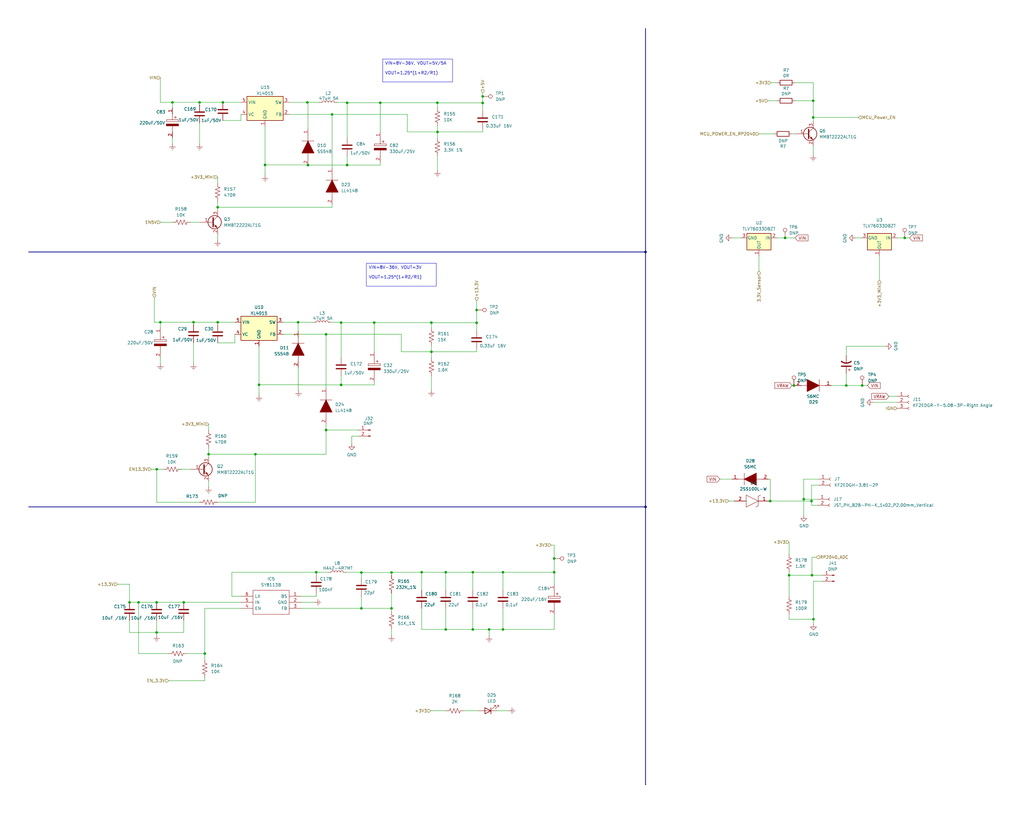
<source format=kicad_sch>
(kicad_sch (version 20230819) (generator eeschema)
  (paper "User" 431.8 342.9)
  (junction (at 77.47 254))
  (junction (at 87.9567 191.5238))
  (junction (at 381.4882 100.33))
  (junction (at 109.22 162.2591))
  (junction (at 66.04 266.7))
  (junction (at 81.6019 135.89))
  (junction (at 334.7742 162.56))
  (junction (at 133.35 241.3))
  (junction (at 66.04 254))
  (junction (at 200.9867 136.109))
  (junction (at 212.09 265.43))
  (junction (at 84.1419 43.18))
  (junction (at 160.3467 43.3232))
  (junction (at 181.9367 148.3438))
  (junction (at 129.5952 43.18))
  (junction (at 272.2111 106.2507))
  (junction (at 91.7921 135.89))
  (junction (at 342.9 49.53))
  (junction (at 137.4867 181.3307))
  (junction (at 342.3899 242.57))
  (junction (at 72.7125 43.18))
  (junction (at 184.4767 55.6338))
  (junction (at 212.09 241.3))
  (junction (at 332.74 242.57))
  (junction (at 342.9 42.4864))
  (junction (at 203.5267 40.6677))
  (junction (at 137.4867 140.97))
  (junction (at 338.9171 210.488))
  (junction (at 111.76 69.5491))
  (junction (at 107.7044 191.5238))
  (junction (at 165.1 241.4213))
  (junction (at 356.87 162.56))
  (junction (at 152.4 241.4213))
  (junction (at 342.2074 211.2877))
  (junction (at 129.8667 69.6038))
  (junction (at 324.7848 211.2877))
  (junction (at 206.248 265.43))
  (junction (at 177.8 241.3))
  (junction (at 200.9867 130.7165))
  (junction (at 233.68 241.3))
  (junction (at 343.0251 261.0961))
  (junction (at 143.8367 162.3138))
  (junction (at 187.96 265.43))
  (junction (at 66.0848 197.8738))
  (junction (at 91.7667 87.3838))
  (junction (at 152.4 256.54))
  (junction (at 146.3767 43.3232))
  (junction (at 140.0267 48.26))
  (junction (at 199.39 241.3))
  (junction (at 67.6367 135.89))
  (junction (at 54.61 254))
  (junction (at 363.5706 162.56))
  (junction (at 157.8067 136.0332))
  (junction (at 331.0527 100.33))
  (junction (at 181.8942 136.0332))
  (junction (at 143.8367 136.0332))
  (junction (at 93.98 43.18))
  (junction (at 86.36 275.59))
  (junction (at 58.42 254))
  (junction (at 272.2111 213.7291))
  (junction (at 125.6954 135.89))
  (junction (at 203.5267 43.399))
  (junction (at 165.1 256.54))
  (junction (at 187.96 241.3))
  (junction (at 146.3767 69.6038))
  (junction (at 184.4342 43.3232))
  (junction (at 233.68 235.5096))
  (junction (at 199.39 265.43))
  (wire (pts (xy 81.6019 135.89) (xy 91.7921 135.89)))
  (wire (pts (xy 86.36 275.59) (xy 86.36 278.13)))
  (wire (pts (xy 140.0267 87.3838) (xy 140.0267 86.1138)))
  (wire (pts (xy 91.7667 88.6167) (xy 91.7825 88.6167)))
  (wire (pts (xy 177.8 241.3) (xy 165.1 241.3)))
  (wire (pts (xy 129.8667 54.3638) (xy 129.8667 43.18)))
  (wire (pts (xy 181.61 299.72) (xy 187.96 299.72)))
  (wire (pts (xy 137.4867 178.8238) (xy 137.4867 181.3307)))
  (wire (pts (xy 97.79 251.46) (xy 97.79 241.3)))
  (wire (pts (xy 143.8367 158.5038) (xy 143.8367 162.3138)))
  (wire (pts (xy 335.28 34.8664) (xy 342.9 34.8664)))
  (wire (pts (xy 133.35 241.3) (xy 133.35 242.57)))
  (wire (pts (xy 58.42 254) (xy 66.04 254)))
  (wire (pts (xy 111.76 69.5491) (xy 111.76 73.1676)))
  (wire (pts (xy 169.2367 148.3438) (xy 181.9367 148.3438)))
  (wire (pts (xy 203.5267 40.6677) (xy 203.5267 43.399)))
  (wire (pts (xy 203.5267 43.399) (xy 203.5267 46.7438)))
  (wire (pts (xy 157.8067 162.3138) (xy 143.8367 162.3138)))
  (wire (pts (xy 165.1 241.3) (xy 165.1 241.4213)))
  (wire (pts (xy 81.6019 137.16) (xy 81.6067 137.16)))
  (wire (pts (xy 342.2074 211.2877) (xy 342.2074 213.028)))
  (wire (pts (xy 54.61 266.7) (xy 66.04 266.7)))
  (wire (pts (xy 308.61 100.33) (xy 312.42 100.33)))
  (wire (pts (xy 350.52 162.56) (xy 356.87 162.56)))
  (wire (pts (xy 80.3367 93.6967) (xy 80.3367 93.7338)))
  (wire (pts (xy 360.68 100.33) (xy 363.22 100.33)))
  (wire (pts (xy 109.22 162.2591) (xy 109.22 165.8776)))
  (wire (pts (xy 91.7667 101.3538) (xy 91.7667 98.7767)))
  (wire (pts (xy 334.7742 162.56) (xy 335.28 162.56)))
  (wire (pts (xy 342.3899 234.95) (xy 342.3899 242.57)))
  (wire (pts (xy 137.4867 181.3307) (xy 151.13 181.3307)))
  (wire (pts (xy 111.76 53.34) (xy 111.76 69.5491)))
  (wire (pts (xy 199.39 256.54) (xy 199.39 265.43)))
  (wire (pts (xy 199.39 265.43) (xy 206.248 265.43)))
  (wire (pts (xy 374.8444 167.1302) (xy 378.2432 167.1302)))
  (wire (pts (xy 342.9 34.8664) (xy 342.9 42.4864)))
  (wire (pts (xy 87.9542 191.5238) (xy 87.9542 192.835)))
  (wire (pts (xy 307.2583 211.252) (xy 307.2583 211.2877)))
  (wire (pts (xy 75.2542 197.915) (xy 75.2542 197.8738)))
  (wire (pts (xy 344.8175 213.028) (xy 342.2074 213.028)))
  (wire (pts (xy 195.58 299.72) (xy 201.93 299.72)))
  (wire (pts (xy 66.04 267.97) (xy 66.04 266.7)))
  (wire (pts (xy 143.51 136.0332) (xy 143.8367 136.0332)))
  (wire (pts (xy 143.8367 136.0332) (xy 157.8067 136.0332)))
  (wire (pts (xy 160.3467 55.6338) (xy 160.3467 43.3232)))
  (wire (pts (xy 91.7667 98.7767) (xy 91.7825 98.7767)))
  (wire (pts (xy 206.248 265.43) (xy 206.248 268.224)))
  (wire (pts (xy 84.1419 43.18) (xy 93.98 43.18)))
  (wire (pts (xy 199.39 241.3) (xy 187.96 241.3)))
  (wire (pts (xy 165.1 257.81) (xy 165.1 256.54)))
  (wire (pts (xy 233.68 259.08) (xy 233.68 265.43)))
  (wire (pts (xy 132.0501 135.89) (xy 132.0501 135.8854)))
  (wire (pts (xy 121.92 43.18) (xy 129.5952 43.18)))
  (bus (pts (xy 12.0996 213.7291) (xy 272.2111 213.7291)))
  (wire (pts (xy 87.9567 178.8238) (xy 87.9567 181.3638)))
  (wire (pts (xy 66.04 254) (xy 77.47 254)))
  (wire (pts (xy 157.8067 161.0438) (xy 157.8067 162.3138)))
  (wire (pts (xy 209.55 299.72) (xy 214.63 299.72)))
  (wire (pts (xy 67.6367 138.1838) (xy 67.6367 135.89)))
  (wire (pts (xy 87.9567 191.5238) (xy 107.7044 191.5238)))
  (wire (pts (xy 365.76 162.56) (xy 363.5706 162.56)))
  (wire (pts (xy 140.0267 48.26) (xy 140.0267 70.8738)))
  (wire (pts (xy 67.6367 135.89) (xy 81.6019 135.89)))
  (bus (pts (xy 12.0738 106.2507) (xy 272.2111 106.2507)))
  (wire (pts (xy 137.4867 181.3307) (xy 137.4867 191.5238)))
  (wire (pts (xy 54.61 261.62) (xy 54.61 266.7)))
  (wire (pts (xy 332.74 228.6) (xy 332.74 233.68)))
  (wire (pts (xy 91.7667 74.6838) (xy 91.7667 77.2238)))
  (wire (pts (xy 101.6 251.46) (xy 97.79 251.46)))
  (wire (pts (xy 109.22 146.05) (xy 109.22 162.2591)))
  (wire (pts (xy 101.6 256.54) (xy 86.36 256.54)))
  (wire (pts (xy 133.35 241.3) (xy 138.43 241.3)))
  (wire (pts (xy 67.6367 93.7338) (xy 72.7167 93.7338)))
  (wire (pts (xy 181.9367 148.3438) (xy 181.9367 150.8838)))
  (wire (pts (xy 137.4867 140.97) (xy 169.2367 140.97)))
  (wire (pts (xy 177.8 241.3) (xy 177.8 248.92)))
  (wire (pts (xy 187.96 241.3) (xy 177.8 241.3)))
  (wire (pts (xy 332.74 261.0961) (xy 343.0251 261.0961)))
  (wire (pts (xy 157.8067 148.3438) (xy 157.8067 136.0332)))
  (wire (pts (xy 323.85 42.4864) (xy 327.66 42.4864)))
  (wire (pts (xy 65.0967 125.4838) (xy 65.0967 135.89)))
  (wire (pts (xy 212.09 256.54) (xy 212.09 265.43)))
  (wire (pts (xy 86.36 287.02) (xy 86.36 285.75)))
  (wire (pts (xy 171.7767 55.6338) (xy 184.4767 55.6338)))
  (wire (pts (xy 212.09 241.3) (xy 212.09 248.92)))
  (wire (pts (xy 78.74 275.59) (xy 86.36 275.59)))
  (wire (pts (xy 165.1 250.19) (xy 165.1 256.54)))
  (wire (pts (xy 342.9 49.53) (xy 342.9 51.3764)))
  (wire (pts (xy 129.8667 69.5491) (xy 129.8667 69.6038)))
  (wire (pts (xy 146.05 43.3232) (xy 146.3767 43.3232)))
  (wire (pts (xy 67.6367 150.8838) (xy 67.6367 153.4238)))
  (wire (pts (xy 338.9171 202.0277) (xy 338.9171 210.488)))
  (wire (pts (xy 93.98 50.8) (xy 101.6 50.8)))
  (wire (pts (xy 148.336 183.896) (xy 148.336 187.198)))
  (wire (pts (xy 151.13 183.896) (xy 148.336 183.896)))
  (wire (pts (xy 184.4767 55.6338) (xy 184.4767 58.1738)))
  (wire (pts (xy 200.9867 136.109) (xy 200.9867 139.4538)))
  (wire (pts (xy 184.4342 43.3232) (xy 184.4767 43.3232)))
  (wire (pts (xy 87.9542 205.4938) (xy 87.9567 205.4938)))
  (wire (pts (xy 212.09 241.3) (xy 199.39 241.3)))
  (wire (pts (xy 72.7125 58.1395) (xy 72.7125 60.7138)))
  (wire (pts (xy 342.2074 204.5677) (xy 342.2074 211.2877)))
  (wire (pts (xy 335.28 100.33) (xy 331.0527 100.33)))
  (bus (pts (xy 272.2111 106.2507) (xy 272.2111 213.7291)))
  (wire (pts (xy 184.4767 53.0938) (xy 184.4767 55.6338)))
  (wire (pts (xy 81.6067 137.16) (xy 81.6067 136.9138)))
  (wire (pts (xy 181.9367 148.3438) (xy 200.9867 148.3438)))
  (wire (pts (xy 334.01 162.56) (xy 334.7742 162.56)))
  (wire (pts (xy 87.9567 188.9838) (xy 87.9567 191.5238)))
  (wire (pts (xy 146.3767 65.7938) (xy 146.3767 69.6038)))
  (wire (pts (xy 129.8667 43.18) (xy 129.5952 43.18)))
  (wire (pts (xy 63.8267 197.8738) (xy 66.0848 197.8738)))
  (wire (pts (xy 109.22 162.2591) (xy 127.3267 162.2591)))
  (wire (pts (xy 233.68 229.87) (xy 233.68 235.5096)))
  (wire (pts (xy 344.8175 210.488) (xy 338.9171 210.488)))
  (wire (pts (xy 146.3767 43.3232) (xy 160.3467 43.3232)))
  (wire (pts (xy 54.61 254) (xy 58.42 254)))
  (wire (pts (xy 324.7848 202.0372) (xy 324.7848 211.2877)))
  (wire (pts (xy 65.0967 135.89) (xy 67.6367 135.89)))
  (wire (pts (xy 343.0251 261.0961) (xy 343.0251 263.0985)))
  (wire (pts (xy 342.9 42.4864) (xy 335.28 42.4864)))
  (wire (pts (xy 338.9171 210.488) (xy 338.9171 217.3282)))
  (wire (pts (xy 101.6 50.8) (xy 101.6 48.26)))
  (wire (pts (xy 77.47 254) (xy 101.6 254)))
  (wire (pts (xy 181.9367 138.1838) (xy 181.9367 136.0332)))
  (wire (pts (xy 152.4 241.3) (xy 152.4 241.4213)))
  (wire (pts (xy 325.12 34.8664) (xy 327.66 34.8664)))
  (wire (pts (xy 49.53 246.38) (xy 54.61 246.38)))
  (wire (pts (xy 181.9367 145.8038) (xy 181.9367 148.3438)))
  (wire (pts (xy 111.76 69.5491) (xy 129.8667 69.5491)))
  (wire (pts (xy 160.3467 43.3232) (xy 184.4342 43.3232)))
  (wire (pts (xy 125.73 154.94) (xy 125.73 164.7013)))
  (wire (pts (xy 233.68 246.38) (xy 233.68 241.3)))
  (wire (pts (xy 199.39 241.3) (xy 199.39 248.92)))
  (wire (pts (xy 200.9867 126.7538) (xy 200.9867 130.7165)))
  (wire (pts (xy 200.9867 136.109) (xy 181.8942 136.109)))
  (wire (pts (xy 84.1419 44.45) (xy 84.1419 43.18)))
  (bus (pts (xy 272.2111 213.7291) (xy 272.2111 330.8199)))
  (wire (pts (xy 374.8444 167.1555) (xy 374.8444 167.1302)))
  (wire (pts (xy 233.68 235.5096) (xy 233.68 241.3)))
  (wire (pts (xy 66.04 261.62) (xy 66.04 266.7)))
  (wire (pts (xy 233.68 241.3) (xy 212.09 241.3)))
  (wire (pts (xy 184.4767 55.6338) (xy 203.5267 55.6338)))
  (wire (pts (xy 119.38 140.97) (xy 137.4867 140.97)))
  (wire (pts (xy 203.5267 55.6338) (xy 203.5267 54.3638)))
  (wire (pts (xy 187.96 241.3) (xy 187.96 248.92)))
  (wire (pts (xy 107.7044 211.7633) (xy 107.7044 191.5238)))
  (wire (pts (xy 332.74 242.57) (xy 332.74 251.46)))
  (wire (pts (xy 127.3267 162.3138) (xy 143.8367 162.3138)))
  (wire (pts (xy 91.7667 87.3838) (xy 140.0267 87.3838)))
  (wire (pts (xy 84.1625 93.6967) (xy 80.3367 93.6967)))
  (wire (pts (xy 320.04 114.3) (xy 320.04 107.95)))
  (wire (pts (xy 307.2583 211.2877) (xy 309.5448 211.2877)))
  (wire (pts (xy 346.71 242.57) (xy 342.3899 242.57)))
  (wire (pts (xy 152.4 251.46) (xy 152.4 256.54)))
  (wire (pts (xy 75.2542 197.8738) (xy 76.5267 197.8738)))
  (wire (pts (xy 84.1467 44.45) (xy 84.1467 44.2038)))
  (wire (pts (xy 91.7921 144.6065) (xy 99.06 144.6065)))
  (wire (pts (xy 86.36 256.54) (xy 86.36 275.59)))
  (wire (pts (xy 370.84 118.11) (xy 370.84 107.95)))
  (wire (pts (xy 160.3467 68.3338) (xy 160.3467 69.6038)))
  (wire (pts (xy 67.6367 32.7738) (xy 67.6367 43.18)))
  (wire (pts (xy 125.6954 135.89) (xy 132.0501 135.89)))
  (wire (pts (xy 81.6067 144.5338) (xy 81.6067 153.4238)))
  (wire (pts (xy 91.7921 135.89) (xy 99.06 135.89)))
  (wire (pts (xy 151.13 181.3307) (xy 151.13 181.356)))
  (wire (pts (xy 184.4342 43.399) (xy 184.4342 43.3232)))
  (wire (pts (xy 346.71 245.11) (xy 343.0251 245.11)))
  (wire (pts (xy 345.1775 202.0277) (xy 338.9171 202.0277)))
  (wire (pts (xy 146.05 43.1754) (xy 146.05 43.3232)))
  (wire (pts (xy 66.0848 197.8738) (xy 68.9067 197.8738)))
  (wire (pts (xy 87.9542 202.995) (xy 87.9542 205.4938)))
  (wire (pts (xy 233.68 265.43) (xy 212.09 265.43)))
  (wire (pts (xy 71.12 287.02) (xy 86.36 287.02)))
  (wire (pts (xy 125.6954 139.7) (xy 125.73 139.7)))
  (wire (pts (xy 165.1 256.54) (xy 152.4 256.54)))
  (wire (pts (xy 160.3467 69.6038) (xy 146.3767 69.6038)))
  (wire (pts (xy 91.7921 135.89) (xy 91.7921 136.9865)))
  (wire (pts (xy 308.7739 202.0277) (xy 303.5765 202.0277)))
  (wire (pts (xy 109.2247 165.8776) (xy 109.2247 166.707)))
  (wire (pts (xy 187.96 265.43) (xy 199.39 265.43)))
  (wire (pts (xy 72.7125 45.4395) (xy 72.7125 43.18)))
  (wire (pts (xy 143.51 135.8854) (xy 139.6701 135.8854)))
  (wire (pts (xy 133.35 250.19) (xy 133.35 251.46)))
  (wire (pts (xy 343.0251 245.11) (xy 343.0251 261.0961)))
  (wire (pts (xy 66.0848 211.7633) (xy 66.0848 197.8738)))
  (wire (pts (xy 342.2074 204.5677) (xy 345.1775 204.5677)))
  (wire (pts (xy 332.74 259.08) (xy 332.74 261.0961)))
  (wire (pts (xy 203.5267 39.1238) (xy 203.5267 40.6677)))
  (wire (pts (xy 66.04 266.7) (xy 77.47 266.7)))
  (wire (pts (xy 87.9542 191.5238) (xy 87.9567 191.5238)))
  (wire (pts (xy 181.8942 136.109) (xy 181.8942 136.0332)))
  (wire (pts (xy 58.42 275.59) (xy 58.42 254)))
  (wire (pts (xy 129.5952 43.18) (xy 129.5952 43.1754)))
  (wire (pts (xy 54.61 246.38) (xy 54.61 254)))
  (wire (pts (xy 232.41 229.87) (xy 233.68 229.87)))
  (wire (pts (xy 165.1 242.57) (xy 165.1 241.4213)))
  (wire (pts (xy 125.73 164.7013) (xy 125.8771 164.7013)))
  (wire (pts (xy 146.05 43.1754) (xy 142.2101 43.1754)))
  (wire (pts (xy 84.1515 211.7633) (xy 66.0848 211.7633)))
  (wire (pts (xy 140.0267 48.26) (xy 171.7767 48.26)))
  (bus (pts (xy 272.2111 330.8199) (xy 272.3431 330.8199)))
  (wire (pts (xy 121.92 48.26) (xy 140.0267 48.26)))
  (wire (pts (xy 332.74 241.3) (xy 332.74 242.57)))
  (wire (pts (xy 165.1 241.4213) (xy 152.4 241.4213)))
  (wire (pts (xy 334.01 56.4564) (xy 335.28 56.4564)))
  (wire (pts (xy 383.54 100.33) (xy 381.4882 100.33)))
  (wire (pts (xy 184.4767 45.4738) (xy 184.4767 43.3232)))
  (wire (pts (xy 111.7647 73.1676) (xy 111.7647 73.997)))
  (wire (pts (xy 152.4 256.54) (xy 127 256.54)))
  (wire (pts (xy 129.5952 43.1754) (xy 134.5901 43.1754)))
  (wire (pts (xy 157.8067 136.0332) (xy 181.8942 136.0332)))
  (wire (pts (xy 356.87 146.05) (xy 356.87 149.86)))
  (wire (pts (xy 77.47 261.62) (xy 77.47 266.7)))
  (wire (pts (xy 137.4867 140.97) (xy 137.4867 163.5838)))
  (wire (pts (xy 206.248 265.43) (xy 212.09 265.43)))
  (wire (pts (xy 72.7125 60.7138) (xy 72.7167 60.7138)))
  (wire (pts (xy 308.7739 202.0372) (xy 308.7739 202.0277)))
  (wire (pts (xy 72.7125 43.18) (xy 84.1419 43.18)))
  (wire (pts (xy 177.8 256.54) (xy 177.8 265.43)))
  (wire (pts (xy 143.8367 136.0332) (xy 143.8367 150.8838)))
  (wire (pts (xy 200.9867 148.3438) (xy 200.9867 147.0738)))
  (wire (pts (xy 368.128 169.6702) (xy 378.2432 169.6702)))
  (wire (pts (xy 344.17 234.95) (xy 342.3899 234.95)))
  (wire (pts (xy 99.06 144.6065) (xy 99.06 140.97)))
  (wire (pts (xy 146.3767 43.3232) (xy 146.3767 58.1738)))
  (wire (pts (xy 342.3899 242.57) (xy 332.74 242.57)))
  (wire (pts (xy 177.8 265.43) (xy 187.96 265.43)))
  (wire (pts (xy 129.8667 69.6038) (xy 146.3767 69.6038)))
  (wire (pts (xy 127.3267 162.2591) (xy 127.3267 162.3138)))
  (wire (pts (xy 381.4882 100.33) (xy 378.46 100.33)))
  (wire (pts (xy 109.22 165.8776) (xy 109.2247 165.8776)))
  (wire (pts (xy 331.0527 100.33) (xy 327.66 100.33)))
  (wire (pts (xy 184.4767 65.7938) (xy 184.4767 71.8898)))
  (wire (pts (xy 84.1419 44.45) (xy 84.1467 44.45)))
  (wire (pts (xy 67.6367 43.18) (xy 72.7125 43.18)))
  (wire (pts (xy 342.9 49.53) (xy 361.95 49.53)))
  (wire (pts (xy 320.04 56.4564) (xy 326.39 56.4564)))
  (wire (pts (xy 187.96 256.54) (xy 187.96 265.43)))
  (wire (pts (xy 71.12 275.59) (xy 58.42 275.59)))
  (wire (pts (xy 91.7667 87.3838) (xy 91.7667 88.6167)))
  (wire (pts (xy 200.9867 130.7165) (xy 200.9867 136.109)))
  (wire (pts (xy 169.2367 140.97) (xy 169.2367 148.3438)))
  (wire (pts (xy 203.5267 43.399) (xy 184.4342 43.399)))
  (wire (pts (xy 75.2542 197.915) (xy 80.3342 197.915)))
  (wire (pts (xy 91.7667 84.8438) (xy 91.7667 87.3838)))
  (wire (pts (xy 181.9367 158.5038) (xy 181.9367 164.5998)))
  (wire (pts (xy 81.6019 137.16) (xy 81.6019 135.89)))
  (wire (pts (xy 324.7848 211.2877) (xy 342.2074 211.2877)))
  (wire (pts (xy 342.9 42.4864) (xy 342.9 49.53)))
  (wire (pts (xy 171.7767 48.26) (xy 171.7767 55.6338)))
  (wire (pts (xy 133.35 251.46) (xy 127 251.46)))
  (wire (pts (xy 342.9 61.5364) (xy 342.9 65.3464)))
  (wire (pts (xy 146.05 241.3) (xy 152.4 241.3)))
  (wire (pts (xy 84.1467 51.8238) (xy 84.1467 60.7138)))
  (wire (pts (xy 356.87 162.56) (xy 363.5706 162.56)))
  (wire (pts (xy 107.7044 191.5238) (xy 137.4867 191.5238)))
  (wire (pts (xy 373.38 146.05) (xy 356.87 146.05)))
  (wire (pts (xy 165.1 265.43) (xy 165.1 267.97)))
  (wire (pts (xy 119.38 135.89) (xy 125.6954 135.89)))
  (wire (pts (xy 127 254) (xy 132.8116 254)))
  (wire (pts (xy 356.87 157.48) (xy 356.87 162.56)))
  (wire (pts (xy 181.8942 136.0332) (xy 181.9367 136.0332)))
  (wire (pts (xy 143.51 135.8854) (xy 143.51 136.0332)))
  (wire (pts (xy 93.98 43.18) (xy 101.6 43.18)))
  (wire (pts (xy 324.0139 202.0372) (xy 324.7848 202.0372)))
  (bus (pts (xy 272.2111 12.0238) (xy 272.2111 106.2507)))
  (wire (pts (xy 152.4 241.4213) (xy 152.4 243.84)))
  (wire (pts (xy 111.76 73.1676) (xy 111.7647 73.1676)))
  (wire (pts (xy 97.79 241.3) (xy 133.35 241.3)))
  (wire (pts (xy 91.7715 211.7633) (xy 107.7044 211.7633)))
  (wire (pts (xy 125.6954 135.89) (xy 125.6954 139.7)))
  (text_box "VIN=8V-36V, VOUT=3V\n\nVOUT=1.25*(1+R2/R1)" (at 154.5047 111.0058 0) (size 29.464 9.652) (effects (font (size 1.27 1.27)) (justify left top)))
  (text_box "VIN=8V-36V, VOUT=5V/5A\n\nVOUT=1.25*(1+R2/R1)" (at 161.3627 24.8998 0) (size 29.464 9.652) (effects (font (size 1.27 1.27)) (justify left top)))
  (global_label "VIN" (shape input) (at 335.28 100.33 0) (property "Intersheetrefs" "${INTERSHEET_REFS}" (effects hide)))
  (global_label "VRAW" (shape input) (at 374.8444 167.1555 180) (property "Intersheetrefs" "${INTERSHEET_REFS}" (effects hide)))
  (global_label "VIN" (shape input) (at 303.5765 202.0277 180) (property "Intersheetrefs" "${INTERSHEET_REFS}" (effects hide)))
  (global_label "VRAW" (shape input) (at 334.01 162.56 180) (property "Intersheetrefs" "${INTERSHEET_REFS}" (effects hide)))
  (global_label "VIN" (shape input) (at 365.76 162.56 0) (property "Intersheetrefs" "${INTERSHEET_REFS}" (effects hide)))
  (global_label "VIN" (shape input) (at 383.54 100.33 0) (property "Intersheetrefs" "${INTERSHEET_REFS}" (effects hide)))
  (hierarchical_label "EN5V" (shape input) (at 67.6367 93.7338 180))
  (hierarchical_label "+3V3" (shape input) (at 325.12 34.8664 180))
  (hierarchical_label "RP2040_ADC" (shape input) (at 344.17 234.95 0))
  (hierarchical_label "+13.3V" (shape input) (at 49.53 246.38 180))
  (hierarchical_label "+5V" (shape input) (at 203.5267 39.1238 90))
  (hierarchical_label "+3V3_Mini" (shape input) (at 370.84 118.11 270))
  (hierarchical_label "VIN" (shape input) (at 65.0967 125.4838 90))
  (hierarchical_label "EN_3.3V" (shape input) (at 71.12 287.02 180))
  (hierarchical_label "EN13.3V" (shape input) (at 63.8267 197.8738 180))
  (hierarchical_label "MCU_Power_EN" (shape input) (at 361.95 49.53 0))
  (hierarchical_label "+3V3_Mini" (shape input) (at 91.7667 74.6838 180))
  (hierarchical_label "+3V3_Mini" (shape input) (at 87.9567 178.8238 180))
  (hierarchical_label "+3V3" (shape input) (at 332.74 228.6 180))
  (hierarchical_label "+13.3V" (shape input) (at 200.9867 126.7538 90))
  (hierarchical_label "VIN" (shape input) (at 67.6367 32.7738 180))
  (hierarchical_label "+3V3" (shape input) (at 181.61 299.72 180))
  (hierarchical_label "+3V3" (shape input) (at 232.41 229.87 180))
  (hierarchical_label "+5V" (shape input) (at 323.85 42.4864 180))
  (hierarchical_label "+13.3V" (shape input) (at 307.2583 211.252 180))
  (hierarchical_label "3.3V_Sensor" (shape input) (at 320.04 114.3 270))
  (hierarchical_label "IGN" (shape input) (at 378.2432 172.2102 180))
  (hierarchical_label "MCU_POWER_EN_RP2040" (shape input) (at 320.04 56.4564 180))
  (symbol (lib_id "Device:R_US") (at 181.9367 154.6938 0) (unit 1)
    (property "Reference" "R162" (at 184.4767 153.4237 0) (effects (justify left)))
    (property "Value" "1.6K" (at 184.4767 155.9637 0) (effects (justify left)))
    (property "Footprint" "Resistor_SMD:R_0603_1608Metric" (effects hide))
    (property "Description" "Resistor, US symbol" (effects hide))
  )
  (symbol (lib_id "power:GND") (at 308.61 100.33 270) (unit 1)
    (property "Reference" "#PWR0125" (effects hide))
    (property "Value" "GND" (at 304.2158 100.457 0))
  )
  (symbol (lib_id "Device:L") (at 135.8601 135.8854 90) (unit 1)
    (property "Reference" "L3" (at 135.8601 132.0754 90))
    (property "Value" "47uH 5A" (at 136.0742 134.1794 90))
    (property "Footprint" "CYA1050-47UH:L_Bourns_SRR1208_12.7x12.7mm" (effects hide))
  )
  (symbol (lib_id "SS54B:SS54B") (at 129.8667 54.3638 270) (unit 1)
    (property "Reference" "D10" (at 133.6767 61.3488 90) (effects (justify left)))
    (property "Value" "SS54B" (at 133.6767 63.8888 90) (effects (justify left)))
    (property "Datasheet" "https://datasheet.datasheetarchive.com/originals/distributors/Datasheets-3/DSA-43270.pdf" (effects hide))
    (property "Description" "HY Electronic Corp SS54B, SMT Rectifier Schottky Diode, 40V 5A, 2-Pin SMB" (effects hide))
    (property "Height" "2.44" (effects hide))
    (property "Manufacturer_Name" "HY Electronic" (effects hide))
    (property "Manufacturer_Part_Number" "SS54B" (effects hide))
  )
  (symbol (lib_id "Device:R_US") (at 181.9367 141.9938 0) (unit 1)
    (property "Reference" "R161" (at 184.4767 140.7237 0) (effects (justify left)))
    (property "Value" "15K" (at 184.4767 143.2637 0) (effects (justify left)))
    (property "Footprint" "Resistor_SMD:R_0603_1608Metric" (effects hide))
    (property "Description" "Resistor, US symbol" (effects hide))
  )
  (symbol (lib_id "Device:R_US") (at 72.7167 197.8738 90) (unit 1)
    (property "Reference" "R159" (at 72.4627 192.2858 90))
    (property "Value" "10K" (at 72.4627 194.8258 90))
    (property "Footprint" "Resistor_SMD:R_0603_1608Metric" (effects hide))
    (property "Description" "Resistor, US symbol" (effects hide))
  )
  (symbol (lib_id "Connector:TestPoint") (at 331.0527 100.33 0) (unit 1)
    (property "Reference" "TP6" (at 332.74 95.7579 0) (effects (justify left)))
    (property "Value" "DNP" (at 332.74 98.2979 0) (effects (justify left)))
    (property "Footprint" "Connector_Pin:Pin_D1.0mm_L10.0mm" (effects hide))
    (property "Description" "test point" (effects hide))
  )
  (symbol (lib_id "Device:C") (at 187.96 252.73 180) (unit 1)
    (property "Reference" "C181" (at 189.484 250.444 0) (effects (justify right)))
    (property "Value" "22uF" (at 188.976 255.016 0) (effects (justify right)))
    (property "Footprint" "Capacitor_SMD:C_0603_1608Metric" (effects hide))
  )
  (symbol (lib_id "power:GND") (at 360.68 100.33 270) (unit 1)
    (property "Reference" "#PWR0124" (effects hide))
    (property "Value" "GND" (at 356.2858 100.457 0))
  )
  (symbol (lib_id "power:GND") (at 343.0251 263.0985 0) (unit 1)
    (property "Reference" "#PWR0237" (effects hide))
    (property "Value" "GND" (at 343.1521 267.4927 0))
  )
  (symbol (lib_id "Device:C") (at 177.8 252.73 180) (unit 1)
    (property "Reference" "C180" (at 179.324 250.444 0) (effects (justify right)))
    (property "Value" "22uF" (at 178.816 255.016 0) (effects (justify right)))
    (property "Footprint" "Capacitor_SMD:C_0603_1608Metric" (effects hide))
  )
  (symbol (lib_id "Device:R_US") (at 191.77 299.72 90) (unit 1)
    (property "Reference" "R168" (at 191.77 293.37 90))
    (property "Value" "2K" (at 191.77 295.91 90))
    (property "Footprint" "Resistor_SMD:R_0603_1608Metric" (effects hide))
    (property "Description" "Resistor, US symbol" (effects hide))
  )
  (symbol (lib_id "Device:C") (at 152.4 247.65 180) (unit 1)
    (property "Reference" "C179" (at 153.924 245.364 0) (effects (justify right)))
    (property "Value" "22pF" (at 153.416 249.936 0) (effects (justify right)))
    (property "Footprint" "Capacitor_SMD:C_0603_1608Metric" (effects hide))
  )
  (symbol (lib_id "Device:C") (at 133.35 246.38 180) (unit 1)
    (property "Reference" "C178" (at 134.874 244.094 0) (effects (justify right)))
    (property "Value" "100nF" (at 134.366 248.666 0) (effects (justify right)))
    (property "Footprint" "Capacitor_SMD:C_0603_1608Metric" (effects hide))
  )
  (symbol (lib_id "Device:C") (at 54.61 257.81 180) (unit 1)
    (property "Reference" "C175" (at 48.006 255.778 0) (effects (justify right)))
    (property "Value" "10uF /16V" (at 42.926 260.604 0) (effects (justify right)))
    (property "Footprint" "Capacitor_SMD:C_0603_1608Metric" (effects hide))
  )
  (symbol (lib_id "power:Earth") (at 87.9567 205.4938 0) (unit 1)
    (property "Reference" "#PWR0193" (effects hide))
    (property "Value" "Earth" (effects hide))
    (property "Description" "Power symbol creates a global label with name \"Earth\"" (effects hide))
  )
  (symbol (lib_name "GND_1") (lib_id "power:GND") (at 148.336 187.198 0) (unit 1)
    (property "Reference" "#PWR0163" (effects hide))
    (property "Value" "GND" (at 148.336 191.77 0))
    (property "Description" "Power symbol creates a global label with name \"GND\" , ground" (effects hide))
  )
  (symbol (lib_id "Device:R") (at 331.47 42.4864 270) (unit 1)
    (property "Reference" "R?" (at 331.47 37.2286 90))
    (property "Value" "DNP" (at 331.47 39.54 90))
    (property "Footprint" "Resistor_SMD:R_0603_1608Metric" (effects hide))
    (instances (project "RP2040_minimal" (path "" (reference "R?") (unit 1)) (path "" (reference "R176") (unit 1))) (project "RP2040" (path "" (reference "R50") (unit 1))))
  )
  (symbol (lib_id "power:Earth") (at 81.6067 153.4238 0) (unit 1)
    (property "Reference" "#PWR0192" (effects hide))
    (property "Value" "Earth" (effects hide))
    (property "Description" "Power symbol creates a global label with name \"Earth\"" (effects hide))
  )
  (symbol (lib_id "Device:L") (at 142.24 241.3 90) (unit 1)
    (property "Reference" "L8" (at 142.24 237.49 90))
    (property "Value" "HA42-4R7MT" (at 142.4541 239.594 90))
    (property "Footprint" "Pro V3:Inductor_0402_4.7uH" (effects hide))
  )
  (symbol (lib_id "power:GND") (at 368.128 169.6702 270) (unit 1)
    (property "Reference" "#PWR0207" (effects hide))
    (property "Value" "GND" (at 363.7338 169.7972 0))
  )
  (symbol (lib_id "UWT1E331MNL1GS:UWT1E331MNL1GS") (at 160.3467 55.6338 270) (unit 1)
    (property "Reference" "C82" (at 164.1567 61.3488 90) (effects (justify left)))
    (property "Value" "330uF/25V" (at 164.1567 63.8888 90) (effects (justify left)))
    (property "Footprint" "Capacitor_SMD:C_Elec_8x10.2" (effects hide))
    (property "Datasheet" "https://datasheet.lcsc.com/lcsc/2211031700_KNSCHA-RVT330UF25V167RV0055_C5246574.pdf" (effects hide))
    (property "Description" "Nichicon Aluminium Electrolytic Capacitor 330uF 25V dc 8mm WT Series, Surface Mount Electrolytic, +/-20% 8 (Dia.) x 10mm" (effects hide))
    (property "Height" "10.5" (effects hide))
    (property "Manufacturer_Name" "Nichicon" (effects hide))
    (property "Manufacturer_Part_Number" "RVT330UF25V167RV0055 " (effects hide))
  )
  (symbol (lib_id "Device:R_US") (at 76.5267 93.7338 90) (unit 1)
    (property "Reference" "R158" (at 76.2727 88.1458 90))
    (property "Value" "10K" (at 76.2727 90.6858 90))
    (property "Footprint" "Resistor_SMD:R_0603_1608Metric" (effects hide))
    (property "Description" "Resistor, US symbol" (effects hide))
  )
  (symbol (lib_name "LM1117-3.3_1") (lib_id "Regulator_Linear:LM1117-3.3") (at 370.84 100.33 0) (unit 1)
    (property "Reference" "U3" (at 370.84 92.71 0))
    (property "Value" "TLV76033DBZT" (at 370.84 95.25 0))
    (property "Footprint" "Package_TO_SOT_SMD:SOT-23" (effects hide))
    (property "Datasheet" "http://www.ti.com/lit/ds/symlink/lm1117.pdf" (effects hide))
  )
  (symbol (lib_id "SS54B:SS54B") (at 350.52 162.56 180) (unit 1)
    (property "Reference" "D29" (at 343.048 169.5369 0))
    (property "Value" "S6MC" (at 342.8376 167.1526 0))
    (property "Footprint" "Diode_SMD:S6MC" (effects hide))
    (property "Datasheet" "https://www.lcsc.com/product-detail/Diodes-General-Purpose_Shandong-Jingdao-Microelectronics-S6MC_C382843.html" (effects hide))
    (property "Manufacturer_Part_Number" "SS54B" (effects hide))
    (property "Mouser Part Number" "S6MC" (effects hide))
  )
  (symbol (lib_id "Device:R_US") (at 91.7667 81.0338 0) (unit 1)
    (property "Reference" "R157" (at 94.3067 79.7637 0) (effects (justify left)))
    (property "Value" "470R" (at 94.3067 82.3037 0) (effects (justify left)))
    (property "Footprint" "Resistor_SMD:R_0603_1608Metric" (effects hide))
    (property "Description" "Resistor, US symbol" (effects hide))
  )
  (symbol (lib_id "Device:R") (at 331.47 34.8664 270) (unit 1)
    (property "Reference" "R?" (at 331.47 29.6086 90))
    (property "Value" "0R" (at 331.47 31.92 90))
    (property "Footprint" "Resistor_SMD:R_0603_1608Metric" (effects hide))
    (instances (project "RP2040_minimal" (path "" (reference "R?") (unit 1)) (path "" (reference "R175") (unit 1))) (project "RP2040" (path "" (reference "R50") (unit 1))))
  )
  (symbol (lib_id "Connector:Conn_01x02_Pin") (at 156.21 181.356 0) (mirror y) (unit 1)
    (property "Reference" "J32" (at 155.575 176.53 0))
    (property "Value" "DNP " (at 155.702 178.562 0))
    (property "Footprint" "Connector_PinHeader_2.54mm:PinHeader_1x02_P2.54mm_Vertical" (effects hide))
    (property "Description" "Generic connector, single row, 01x02, script generated" (effects hide))
  )
  (symbol (lib_id "Device:C") (at 81.6067 140.7238 180) (unit 1)
    (property "Reference" "C29" (at 75.0027 138.6918 0) (effects (justify right)))
    (property "Value" "1uF/50V" (at 72.7167 143.2638 0) (effects (justify right)))
    (property "Footprint" "Capacitor_SMD:C_0603_1608Metric" (effects hide))
  )
  (symbol (lib_id "power:Earth") (at 72.7167 60.7138 0) (unit 1)
    (property "Reference" "#PWR0143" (effects hide))
    (property "Value" "Earth" (effects hide))
    (property "Description" "Power symbol creates a global label with name \"Earth\"" (effects hide))
  )
  (symbol (lib_id "UWT1H221MNL1GS:UWT1H221MNL1GS") (at 233.68 246.38 270) (unit 1)
    (property "Reference" "C184" (at 226.822 248.158 90) (effects (justify left)))
    (property "Value" "220uF/16V" (at 219.71 252.73 90) (effects (justify left)))
    (property "Footprint" "Capacitor_SMD:CP_Elec_6.3x7.7" (effects hide))
    (property "Datasheet" "https://datasheet.lcsc.com/lcsc/2108241130_KNSCHA-RVT220UF16V67RV0015_C2887273.pdf" (effects hide))
    (property "Description" "Capacitor lytic SMD WT Series 50V 220uF" (effects hide))
    (property "Height" "7.7" (effects hide))
    (property "Manufacturer_Part_Number" "RVT220UF16V67RV0015" (effects hide))
  )
  (symbol (lib_id "power:Earth") (at 109.2247 166.707 0) (mirror y) (unit 1)
    (property "Reference" "#PWR0162" (effects hide))
    (property "Value" "Earth" (effects hide))
    (property "Description" "Power symbol creates a global label with name \"Earth\"" (effects hide))
    (instances (project "RP2040_minimal" (path "" (reference "#PWR0162") (unit 1)) (path "" (reference "#PWR0194") (unit 1))))
  )
  (symbol (lib_id "Connector:TestPoint") (at 363.5706 162.56 0) (unit 1)
    (property "Reference" "TP4" (at 365.9034 157.9879 0) (effects (justify left)))
    (property "Value" "DNP" (at 365.9034 160.5279 0) (effects (justify left)))
    (property "Footprint" "Connector_Pin:Pin_D1.0mm_L10.0mm" (effects hide))
    (property "Description" "test point" (effects hide))
  )
  (symbol (lib_id "Device:R_US") (at 86.36 281.94 0) (unit 1)
    (property "Reference" "R164" (at 88.9 280.6699 0) (effects (justify left)))
    (property "Value" "10K" (at 88.9 283.2099 0) (effects (justify left)))
    (property "Footprint" "Resistor_SMD:R_0603_1608Metric" (effects hide))
    (property "Description" "Resistor, US symbol" (effects hide))
  )
  (symbol (lib_id "SS54B:SS54B") (at 140.0267 70.8738 270) (unit 1)
    (property "Reference" "D23" (at 143.8367 77.8588 90) (effects (justify left)))
    (property "Value" "LL4148" (at 143.8367 80.3988 90) (effects (justify left)))
    (property "Footprint" "Pro V3:LL4148" (effects hide))
    (property "Datasheet" "https://www.onsemi.com/pdf/datasheet/ll4148-d.pdf" (effects hide))
  )
  (symbol (lib_id "Device:R_US") (at 74.93 275.59 90) (unit 1)
    (property "Reference" "R163" (at 75.184 272.288 90))
    (property "Value" "DNP" (at 74.93 278.892 90))
    (property "Footprint" "Resistor_SMD:R_0603_1608Metric" (effects hide))
    (property "Description" "Resistor, US symbol" (effects hide))
  )
  (symbol (lib_id "Device:C") (at 200.9867 143.2638 180) (unit 1)
    (property "Reference" "C174" (at 204.7967 141.9937 0) (effects (justify right)))
    (property "Value" "0.33uF 16V" (at 202.2567 145.8038 0) (effects (justify right)))
    (property "Footprint" "Capacitor_SMD:C_0603_1608Metric" (effects hide))
  )
  (symbol (lib_id "power:Earth") (at 125.8771 164.7013 0) (mirror y) (unit 1)
    (property "Reference" "#PWR0162" (effects hide))
    (property "Value" "Earth" (effects hide))
    (property "Description" "Power symbol creates a global label with name \"Earth\"" (effects hide))
    (instances (project "RP2040_minimal" (path "" (reference "#PWR0162") (unit 1)) (path "" (reference "#PWR0227") (unit 1))))
  )
  (symbol (lib_id "Connector:TestPoint") (at 200.9867 130.7165 270) (unit 1)
    (property "Reference" "TP2" (at 206.4241 129.4464 90) (effects (justify left)))
    (property "Value" "DNP" (at 206.4241 131.9864 90) (effects (justify left)))
    (property "Footprint" "Connector_Pin:Pin_D1.0mm_L10.0mm" (effects hide))
    (property "Description" "test point" (effects hide))
  )
  (symbol (lib_id "power:Earth") (at 111.7647 73.997 0) (unit 1)
    (property "Reference" "#PWR0162" (effects hide))
    (property "Value" "Earth" (effects hide))
    (property "Description" "Power symbol creates a global label with name \"Earth\"" (effects hide))
    (instances (project "RP2040_minimal" (path "" (reference "#PWR0162") (unit 1)) (path "" (reference "#PWR040") (unit 1))))
  )
  (symbol (lib_id "UWT1H221MNL1GS:UWT1H221MNL1GS") (at 72.7125 45.4395 270) (unit 1)
    (property "Reference" "C83" (at 65.8545 47.2175 90) (effects (justify left)))
    (property "Value" "220uF/50V" (at 58.7425 51.7895 90) (effects (justify left)))
    (property "Footprint" "Capacitor_SMD:C_Elec_10x10.2" (effects hide))
    (property "Datasheet" "https://datasheet.lcsc.com/lcsc/2108241130_KNSCHA-RVT220UF50V67RV0021_C2887271.pdf" (effects hide))
    (property "Description" " 220uF 50V 230mA@120Hz ±20% SMD,D10xL10.2mm Aluminum Electrolytic Capacitors - SMD ROHS" (effects hide))
    (property "Height" "10.5" (effects hide))
    (property "Manufacturer_Part_Number" "RVT220UF50V67RV0021" (effects hide))
  )
  (symbol (lib_id "Device:C") (at 91.7921 140.7965 180) (unit 1)
    (property "Reference" "C30" (at 86.1787 138.6918 0) (effects (justify right)))
    (property "Value" "1uF/50V" (at 82.6227 143.5178 0) (effects (justify right)))
    (property "Footprint" "Capacitor_SMD:C_0603_1608Metric" (effects hide))
  )
  (symbol (lib_id "Connector:Conn_01x03_Socket") (at 383.3232 169.6702 0) (unit 1)
    (property "Reference" "J11" (at 384.81 168.4001 0) (effects (justify left)))
    (property "Value" "KF2EDGR-Y-5.08-3P-Right Angle" (at 384.81 170.9401 0) (effects (justify left)))
    (property "Footprint" "KF2EDGH:KF2EDGR-Y-5.08-3P-Right Angle" (effects hide))
    (property "Description" "Generic connector, single row, 01x03, script generated" (effects hide))
  )
  (symbol (lib_id "SS54B:SS54B") (at 137.4867 163.5838 270) (unit 1)
    (property "Reference" "D24" (at 141.2967 170.5688 90) (effects (justify left)))
    (property "Value" "LL4148" (at 141.2967 173.1088 90) (effects (justify left)))
    (property "Footprint" "Pro V3:LL4148" (effects hide))
    (property "Datasheet" "https://www.onsemi.com/pdf/datasheet/ll4148-d.pdf" (effects hide))
  )
  (symbol (lib_id "power:Earth") (at 206.248 268.224 0) (unit 1)
    (property "Reference" "#PWR0200" (effects hide))
    (property "Value" "Earth" (effects hide))
    (property "Description" "Power symbol creates a global label with name \"Earth\"" (effects hide))
  )
  (symbol (lib_id "Device:R") (at 330.2 56.4564 90) (unit 1)
    (property "Reference" "R?" (at 330.2 61.7142 90))
    (property "Value" "DNP" (at 330.2 59.4028 90))
    (property "Footprint" "Resistor_SMD:R_0603_1608Metric" (effects hide))
    (instances (project "RP2040_minimal" (path "" (reference "R?") (unit 1)) (path "" (reference "R174") (unit 1))) (project "RP2040" (path "" (reference "R50") (unit 1))))
  )
  (symbol (lib_id "Device:L") (at 138.4001 43.1754 90) (unit 1)
    (property "Reference" "L2" (at 138.4001 39.3654 90))
    (property "Value" "47uH 5A" (at 138.6142 41.4694 90))
    (property "Footprint" "CYA1050-47UH:L_Bourns_SRR1208_12.7x12.7mm" (effects hide))
  )
  (symbol (lib_name "SY8113B_1") (lib_id "SY8113B:SY8113B") (at 127 251.46 0) (mirror y) (unit 1)
    (property "Reference" "IC5" (at 114.3 244.094 0))
    (property "Value" "SY8113B" (at 114.3 246.634 0))
    (property "Datasheet" "https://www.olimex.com/Products/Breadboarding/BB-PWR-8113/resources/SY8113.pdf" (effects hide))
    (property "Description" "High Efficiency, 500kHz, 3A, 16V Input Synchronous Step Down Regulator" (effects hide))
    (property "Height" "1" (effects hide))
    (property "Manufacturer_Name" "Silergy" (effects hide))
    (property "Manufacturer_Part_Number" "SY8113B" (effects hide))
  )
  (symbol (lib_id "Device:C") (at 146.3767 61.9838 180) (unit 1)
    (property "Reference" "C84" (at 150.1867 60.7137 0) (effects (justify right)))
    (property "Value" "1uF/50V" (at 147.6467 64.5238 0) (effects (justify right)))
    (property "Footprint" "Capacitor_SMD:C_0603_1608Metric" (effects hide))
  )
  (symbol (lib_id "power:GND") (at 338.9171 217.3282 0) (unit 1)
    (property "Reference" "#PWR071" (effects hide))
    (property "Value" "GND" (at 339.0441 221.7224 0))
  )
  (symbol (lib_id "power:Earth") (at 67.6367 153.4238 0) (unit 1)
    (property "Reference" "#PWR06" (effects hide))
    (property "Value" "Earth" (effects hide))
    (property "Description" "Power symbol creates a global label with name \"Earth\"" (effects hide))
  )
  (symbol (lib_id "Device:C") (at 212.09 252.73 180) (unit 1)
    (property "Reference" "C183" (at 213.614 250.444 0) (effects (justify right)))
    (property "Value" "0.1uF" (at 213.106 255.016 0) (effects (justify right)))
    (property "Footprint" "Capacitor_SMD:C_0603_1608Metric" (effects hide))
  )
  (symbol (lib_id "Connector:Conn_01x02_Socket") (at 349.8975 210.488 0) (unit 1)
    (property "Reference" "J17" (at 351.43 210.4879 0) (effects (justify left)))
    (property "Value" "JST_PH_B2B-PH-K_1x02_P2.00mm_Vertical" (at 351.43 213.0279 0) (effects (justify left)))
    (property "Footprint" "Connector_JST:JST_PH_B2B-PH-K_1x02_P2.00mm_Vertical" (effects hide))
    (property "Description" "Generic connector, single row, 01x02, script generated" (effects hide))
  )
  (symbol (lib_id "Device:C") (at 143.8367 154.6938 180) (unit 1)
    (property "Reference" "C172" (at 147.6467 153.4237 0) (effects (justify right)))
    (property "Value" "1uF/50V" (at 145.1067 157.2338 0) (effects (justify right)))
    (property "Footprint" "Capacitor_SMD:C_0603_1608Metric" (effects hide))
  )
  (symbol (lib_id "power:Earth") (at 91.7667 101.3538 0) (unit 1)
    (property "Reference" "#PWR0148" (effects hide))
    (property "Value" "Earth" (effects hide))
    (property "Description" "Power symbol creates a global label with name \"Earth\"" (effects hide))
  )
  (symbol (lib_id "UWT1H221MNL1GS:UWT1H221MNL1GS") (at 67.6367 138.1838 270) (unit 1)
    (property "Reference" "C28" (at 60.7787 139.9618 90) (effects (justify left)))
    (property "Value" "220uF/50V" (at 53.6667 144.5338 90) (effects (justify left)))
    (property "Footprint" "Capacitor_SMD:C_Elec_10x10.2" (effects hide))
    (property "Datasheet" "https://datasheet.lcsc.com/lcsc/2108241130_KNSCHA-RVT220UF50V67RV0021_C2887271.pdf" (effects hide))
    (property "Description" " 220uF 50V 230mA@120Hz ±20% SMD,D10xL10.2mm Aluminum Electrolytic Capacitors - SMD ROHS" (effects hide))
    (property "Height" "10.5" (effects hide))
    (property "Manufacturer_Part_Number" "RVT220UF50V67RV0021" (effects hide))
  )
  (symbol (lib_id "Device:R_US") (at 87.9567 185.1738 0) (unit 1)
    (property "Reference" "R160" (at 90.4967 183.9037 0) (effects (justify left)))
    (property "Value" "470R" (at 90.4967 186.4437 0) (effects (justify left)))
    (property "Footprint" "Resistor_SMD:R_0603_1608Metric" (effects hide))
    (property "Description" "Resistor, US symbol" (effects hide))
  )
  (symbol (lib_id "Connector:TestPoint") (at 203.5267 40.6677 270) (unit 1)
    (property "Reference" "TP1" (at 208.9641 39.3976 90) (effects (justify left)))
    (property "Value" "DNP" (at 208.9641 41.9376 90) (effects (justify left)))
    (property "Footprint" "Connector_Pin:Pin_D1.0mm_L10.0mm" (effects hide))
    (property "Description" "test point" (effects hide))
  )
  (symbol (lib_id "Device:R_US") (at 332.74 255.27 0) (unit 1)
    (property "Reference" "R179" (at 335.28 253.9999 0) (effects (justify left)))
    (property "Value" "100R" (at 335.28 256.5399 0) (effects (justify left)))
    (property "Footprint" "Resistor_SMD:R_0603_1608Metric" (effects hide))
    (property "Description" "Resistor, US symbol" (effects hide))
  )
  (symbol (lib_id "Device:R_US") (at 184.4767 61.9838 0) (unit 1)
    (property "Reference" "R156" (at 187.0167 60.7137 0) (effects (justify left)))
    (property "Value" "3.3K 1%" (at 187.0167 63.2537 0) (effects (justify left)))
    (property "Footprint" "Resistor_SMD:R_0603_1608Metric" (effects hide))
    (property "Description" "Resistor, US symbol" (effects hide))
  )
  (symbol (lib_id "Device:R_US") (at 87.9615 211.7633 90) (unit 1)
    (property "Reference" "R173" (at 81.026 209.296 90))
    (property "Value" "DNP" (at 93.98 209.042 90))
    (property "Footprint" "Resistor_SMD:R_0603_1608Metric" (effects hide))
    (property "Description" "Resistor, US symbol" (effects hide))
  )
  (symbol (lib_id "Device:C") (at 84.1467 48.0138 180) (unit 1)
    (property "Reference" "C169" (at 77.5427 45.9818 0) (effects (justify right)))
    (property "Value" "1uF/50V" (at 75.2567 50.5538 0) (effects (justify right)))
    (property "Footprint" "Capacitor_SMD:C_0603_1608Metric" (effects hide))
  )
  (symbol (lib_id "Connector:TestPoint") (at 334.7742 162.56 0) (unit 1)
    (property "Reference" "TP5" (at 336.319 157.9879 0) (effects (justify left)))
    (property "Value" "DNP" (at 336.319 160.5279 0) (effects (justify left)))
    (property "Footprint" "Connector_Pin:Pin_D1.0mm_L10.0mm" (effects hide))
    (property "Description" "test point" (effects hide))
  )
  (symbol (lib_id "Device:R_US") (at 184.4767 49.2838 0) (unit 1)
    (property "Reference" "R155" (at 187.0167 48.0137 0) (effects (justify left)))
    (property "Value" "10K" (at 187.0167 50.5537 0) (effects (justify left)))
    (property "Footprint" "Resistor_SMD:R_0603_1608Metric" (effects hide))
    (property "Description" "Resistor, US symbol" (effects hide))
  )
  (symbol (lib_id "Device:C") (at 203.5267 50.5538 180) (unit 1)
    (property "Reference" "C171" (at 207.3367 49.2837 0) (effects (justify right)))
    (property "Value" "0.33uF 16V" (at 204.7967 53.0938 0) (effects (justify right)))
    (property "Footprint" "Capacitor_SMD:C_0603_1608Metric" (effects hide))
  )
  (symbol (lib_id "Regulator_Switching:XL4015") (at 111.76 45.72 0) (unit 1)
    (property "Reference" "U15" (at 111.76 36.83 0))
    (property "Value" "XL4015" (at 111.76 39.37 0))
    (property "Footprint" "Package_TO_SOT_SMD:TO-263-5_TabPin3" (effects hide))
    (property "Datasheet" "http://www.xlsemi.net/datasheet/XL4015%20datasheet-English.pdf" (effects hide))
  )
  (symbol (lib_id "power:Earth") (at 184.4767 71.8898 0) (unit 1)
    (property "Reference" "#PWR0147" (effects hide))
    (property "Value" "Earth" (effects hide))
    (property "Description" "Power symbol creates a global label with name \"Earth\"" (effects hide))
  )
  (symbol (lib_id "UWT1E331MNL1GS:UWT1E331MNL1GS") (at 157.8067 148.3438 270) (unit 1)
    (property "Reference" "C32" (at 161.6167 154.0588 90) (effects (justify left)))
    (property "Value" "330uF/25V" (at 161.6167 156.5988 90) (effects (justify left)))
    (property "Footprint" "Capacitor_SMD:C_Elec_8x10.2" (effects hide))
    (property "Datasheet" "https://datasheet.lcsc.com/lcsc/2211031700_KNSCHA-RVT330UF25V167RV0055_C5246574.pdf" (effects hide))
    (property "Description" "Nichicon Aluminium Electrolytic Capacitor 330uF 25V dc 8mm WT Series, Surface Mount Electrolytic, +/-20% 8 (Dia.) x 10mm" (effects hide))
    (property "Height" "10.5" (effects hide))
    (property "Manufacturer_Name" "Nichicon" (effects hide))
    (property "Manufacturer_Part_Number" "RVT330UF25V167RV0055 " (effects hide))
  )
  (symbol (lib_id "Device:R_US") (at 332.74 237.49 0) (unit 1)
    (property "Reference" "R178" (at 335.28 236.2199 0) (effects (justify left)))
    (property "Value" "1.5K" (at 335.28 238.7599 0) (effects (justify left)))
    (property "Footprint" "Resistor_SMD:R_0603_1608Metric" (effects hide))
    (property "Description" "Resistor, US symbol" (effects hide))
  )
  (symbol (lib_id "Transistor_BJT:2N3055") (at 85.4142 197.915 0) (unit 1)
    (property "Reference" "Q2" (at 91.44 196.6449 0) (effects (justify left)))
    (property "Value" "MMBT2222ALT1G" (at 91.44 199.1849 0) (effects (justify left)))
    (property "Footprint" "Pro V3:MMBT2222ALT1G" (effects hide))
    (property "Datasheet" "https://datasheet.lcsc.com/lcsc/2304140030_onsemi-MMBT2222ALT1G_C82460.pdf" (effects hide))
    (property "Description" "40V 225mW 100@150mA,10V 600mA NPN SOT-23(TO-236) Bipolar Transistors - BJT ROHS" (effects hide))
  )
  (symbol (lib_id "Transistor_BJT:2N3055") (at 89.2425 93.6967 0) (unit 1)
    (property "Reference" "Q3" (at 94.3225 92.4266 0) (effects (justify left)))
    (property "Value" "MMBT2222ALT1G" (at 94.3225 94.9666 0) (effects (justify left)))
    (property "Footprint" "Pro V3:MMBT2222ALT1G" (effects hide))
    (property "Datasheet" "https://datasheet.lcsc.com/lcsc/2304140030_onsemi-MMBT2222ALT1G_C82460.pdf" (effects hide))
    (property "Description" "40V 225mW 100@150mA,10V 600mA NPN SOT-23(TO-236) Bipolar Transistors - BJT ROHS" (effects hide))
  )
  (symbol (lib_id "SS54B:SS54B") (at 308.7739 202.0372 0) (unit 1)
    (property "Reference" "D28" (at 316.3939 194.3141 0))
    (property "Value" "S6MC" (at 316.3939 196.8541 0))
    (property "Footprint" "Diode_SMD:S6MC" (effects hide))
    (property "Datasheet" "https://www.lcsc.com/product-detail/Diodes-General-Purpose_Shandong-Jingdao-Microelectronics-S6MC_C382843.html" (effects hide))
    (property "Manufacturer_Part_Number" "SS54B" (effects hide))
    (property "Mouser Part Number" "S6MC" (effects hide))
  )
  (symbol (lib_id "Device:C") (at 66.04 257.81 180) (unit 1)
    (property "Reference" "C176" (at 59.436 255.778 0) (effects (justify right)))
    (property "Value" "10uF /16V" (at 55.118 260.604 0) (effects (justify right)))
    (property "Footprint" "Capacitor_SMD:C_0603_1608Metric" (effects hide))
  )
  (symbol (lib_id "SS54B:SS54B") (at 125.73 139.7 90) (mirror x) (unit 1)
    (property "Reference" "D11" (at 121.92 146.685 90) (effects (justify left)))
    (property "Value" "SS54B" (at 121.92 149.225 90) (effects (justify left)))
    (property "Datasheet" "https://datasheet.datasheetarchive.com/originals/distributors/Datasheets-3/DSA-43270.pdf" (effects hide))
    (property "Description" "HY Electronic Corp SS54B, SMT Rectifier Schottky Diode, 40V 5A, 2-Pin SMB" (effects hide))
    (property "Height" "2.44" (effects hide))
    (property "Manufacturer_Name" "HY Electronic" (effects hide))
    (property "Manufacturer_Part_Number" "SS54B" (effects hide))
  )
  (symbol (lib_id "Connector:Conn_01x02_Pin") (at 351.79 242.57 0) (mirror y) (unit 1)
    (property "Reference" "J41" (at 351.155 237.49 0))
    (property "Value" "DNP" (at 351.155 240.03 0))
    (property "Footprint" "Connector_PinSocket_2.00mm:PinSocket_1x02_P2.00mm_Vertical" (effects hide))
    (property "Description" "Generic connector, single row, 01x02, script generated" (effects hide))
  )
  (symbol (lib_id "Connector:TestPoint") (at 381.4882 100.33 0) (unit 1)
    (property "Reference" "TP7" (at 382.9069 95.7579 0) (effects (justify left)))
    (property "Value" "DNP" (at 382.9069 98.2979 0) (effects (justify left)))
    (property "Footprint" "Connector_Pin:Pin_D1.0mm_L10.0mm" (effects hide))
    (property "Description" "test point" (effects hide))
  )
  (symbol (lib_id "Device:C") (at 199.39 252.73 180) (unit 1)
    (property "Reference" "C182" (at 200.914 250.444 0) (effects (justify right)))
    (property "Value" "0.1uF" (at 200.406 255.016 0) (effects (justify right)))
    (property "Footprint" "Capacitor_SMD:C_0603_1608Metric" (effects hide))
  )
  (symbol (lib_id "power:Earth") (at 165.1 267.97 0) (unit 1)
    (property "Reference" "#PWR0199" (effects hide))
    (property "Value" "Earth" (effects hide))
    (property "Description" "Power symbol creates a global label with name \"Earth\"" (effects hide))
  )
  (symbol (lib_id "Device:C_Polarized_US") (at 356.87 153.67 180) (unit 1)
    (property "Reference" "C5" (at 359.918 153.0349 0) (effects (justify right)))
    (property "Value" "DNP" (at 359.918 155.5749 0) (effects (justify right)))
    (property "Footprint" "RP2040_minimal:FYD0H473ZF" (effects hide))
    (property "Description" "FYD0H473ZF" (effects hide))
  )
  (symbol (lib_id "power:Earth") (at 84.1467 60.7138 0) (unit 1)
    (property "Reference" "#PWR0141" (effects hide))
    (property "Value" "Earth" (effects hide))
    (property "Description" "Power symbol creates a global label with name \"Earth\"" (effects hide))
  )
  (symbol (lib_id "Device:R_US") (at 165.1 246.38 0) (unit 1)
    (property "Reference" "R165" (at 167.64 245.1099 0) (effects (justify left)))
    (property "Value" "232K_1%" (at 166.878 247.65 0) (effects (justify left)))
    (property "Footprint" "Resistor_SMD:R_0603_1608Metric" (effects hide))
    (property "Description" "Resistor, US symbol" (effects hide))
  )
  (symbol (lib_id "Device:C") (at 77.47 257.81 180) (unit 1)
    (property "Reference" "C177" (at 70.866 255.778 0) (effects (justify right)))
    (property "Value" "10uF /16V" (at 66.548 260.35 0) (effects (justify right)))
    (property "Footprint" "Capacitor_SMD:C_0603_1608Metric" (effects hide))
  )
  (symbol (lib_id "Device:LED") (at 205.74 299.72 180) (unit 1)
    (property "Reference" "D25" (at 207.3275 293.116 0))
    (property "Value" "LED" (at 207.3275 295.656 0))
    (property "Footprint" "LED_SMD:LED_0603_1608Metric" (effects hide))
    (property "Description" "Light emitting diode" (effects hide))
  )
  (symbol (lib_id "Connector:TestPoint") (at 233.68 235.5096 270) (unit 1)
    (property "Reference" "TP3" (at 239.1174 234.2395 90) (effects (justify left)))
    (property "Value" "DNP" (at 239.1174 236.7795 90) (effects (justify left)))
    (property "Footprint" "Connector_Pin:Pin_D1.0mm_L10.0mm" (effects hide))
    (property "Description" "test point" (effects hide))
  )
  (symbol (lib_id "Connector:Conn_01x02_Socket") (at 350.2575 202.0277 0) (unit 1)
    (property "Reference" "J7" (at 351.79 202.0276 0) (effects (justify left)))
    (property "Value" "KF2EDGH-3.81-2P" (at 351.79 204.5676 0) (effects (justify left)))
    (property "Footprint" "KF2EDGH:KF2EDGH-3.81-2P" (effects hide))
    (property "Description" "Generic connector, single row, 01x02, script generated" (effects hide))
  )
  (symbol (lib_id "2SS100LW:2SS100L-W") (at 324.7848 211.2877 180) (unit 1)
    (property "Reference" "D4" (at 317.6728 203.6677 0))
    (property "Value" "2SS100L-W" (at 317.6728 206.2077 0))
    (property "Footprint" "2SS100L-W:2SS100LW" (effects hide))
    (property "Datasheet" "https://componentsearchengine.com/Datasheets/1/2SS100L-W.pdf" (effects hide))
    (property "Description" "Schottky Diodes & Rectifiers 100V 2A SM SCHOTTKY Barrier Rectifier" (effects hide))
    (property "Height" "1" (effects hide))
    (property "Manufacturer_Name" "Rectron" (effects hide))
    (property "Manufacturer_Part_Number" "2SS100L-W" (effects hide))
    (property "Mouser Part Number" "583-2SS100L-W" (effects hide))
    (property "Mouser Price/Stock" "https://www.mouser.co.uk/ProductDetail/Rectron/2SS100L-W?qs=5aG0NVq1C4wsv0OtzLcEnw%3D%3D" (effects hide))
    (property "Arrow Part Number" "2SS100L-W" (effects hide))
    (property "Arrow Price/Stock" "https://www.arrow.com/en/products/2ss100l-w/rectron?region=nac" (effects hide))
  )
  (symbol (lib_id "Device:C") (at 93.98 46.99 180) (unit 1)
    (property "Reference" "C170" (at 86.36 46.228 0) (effects (justify right)))
    (property "Value" "1uF/50V" (at 84.836 50.8 0) (effects (justify right)))
    (property "Footprint" "Capacitor_SMD:C_0603_1608Metric" (effects hide))
  )
  (symbol (lib_id "Transistor_BJT:2N3055") (at 340.36 56.4564 0) (unit 1)
    (property "Reference" "Q6" (at 345.44 55.1863 0) (effects (justify left)))
    (property "Value" "MMBT2222ALT1G" (at 345.44 57.7263 0) (effects (justify left)))
    (property "Footprint" "Pro V3:MMBT2222ALT1G" (effects hide))
    (property "Datasheet" "https://datasheet.lcsc.com/lcsc/2304140030_onsemi-MMBT2222ALT1G_C82460.pdf" (effects hide))
    (property "Description" "40V 225mW 100@150mA,10V 600mA NPN SOT-23(TO-236) Bipolar Transistors - BJT ROHS" (effects hide))
    (instances (project "RP2040_minimal" (path "" (reference "Q6") (unit 1)) (path "" (reference "Q?") (unit 1))))
  )
  (symbol (lib_id "power:Earth") (at 214.63 299.72 90) (unit 1)
    (property "Reference" "#PWR0201" (effects hide))
    (property "Value" "Earth" (effects hide))
    (property "Description" "Power symbol creates a global label with name \"Earth\"" (effects hide))
  )
  (symbol (lib_id "power:Earth") (at 342.9 65.3464 0) (unit 1)
    (property "Reference" "#PWR0232" (effects hide))
    (property "Value" "Earth" (effects hide))
    (property "Description" "Power symbol creates a global label with name \"Earth\"" (effects hide))
  )
  (symbol (lib_id "power:Earth") (at 132.8116 254 90) (unit 1)
    (property "Reference" "#PWR0198" (effects hide))
    (property "Value" "Earth" (effects hide))
    (property "Description" "Power symbol creates a global label with name \"Earth\"" (effects hide))
  )
  (symbol (lib_id "Device:R_US") (at 165.1 261.62 0) (unit 1)
    (property "Reference" "R166" (at 167.64 260.3499 0) (effects (justify left)))
    (property "Value" "51K_1%" (at 167.64 262.8899 0) (effects (justify left)))
    (property "Footprint" "Resistor_SMD:R_0603_1608Metric" (effects hide))
    (property "Description" "Resistor, US symbol" (effects hide))
  )
  (symbol (lib_name "LM1117-3.3_1") (lib_id "Regulator_Linear:LM1117-3.3") (at 320.04 100.33 0) (unit 1)
    (property "Reference" "U2" (at 320.04 93.98 0))
    (property "Value" "TLV76033DBZT" (at 320.04 96.52 0))
    (property "Footprint" "Package_TO_SOT_SMD:SOT-23" (effects hide))
    (property "Datasheet" "http://www.ti.com/lit/ds/symlink/lm1117.pdf" (effects hide))
  )
  (symbol (lib_id "power:Earth") (at 66.04 267.97 0) (unit 1)
    (property "Reference" "#PWR0197" (effects hide))
    (property "Value" "Earth" (effects hide))
    (property "Description" "Power symbol creates a global label with name \"Earth\"" (effects hide))
  )
  (symbol (lib_id "Regulator_Switching:XL4015") (at 109.22 138.43 0) (unit 1)
    (property "Reference" "U10" (at 109.22 129.54 0))
    (property "Value" "XL4015" (at 109.22 132.08 0))
    (property "Footprint" "Package_TO_SOT_SMD:TO-263-5_TabPin3" (effects hide))
    (property "Datasheet" "http://www.xlsemi.net/datasheet/XL4015%20datasheet-English.pdf" (effects hide))
  )
  (symbol (lib_id "power:GND") (at 373.38 146.05 90) (unit 1)
    (property "Reference" "#PWR0238" (effects hide))
    (property "Value" "GND" (at 377.7742 145.923 0))
  )
  (symbol (lib_id "power:Earth") (at 181.9367 164.5998 0) (unit 1)
    (property "Reference" "#PWR0195" (effects hide))
    (property "Value" "Earth" (effects hide))
    (property "Description" "Power symbol creates a global label with name \"Earth\"" (effects hide))
  )
)
</source>
